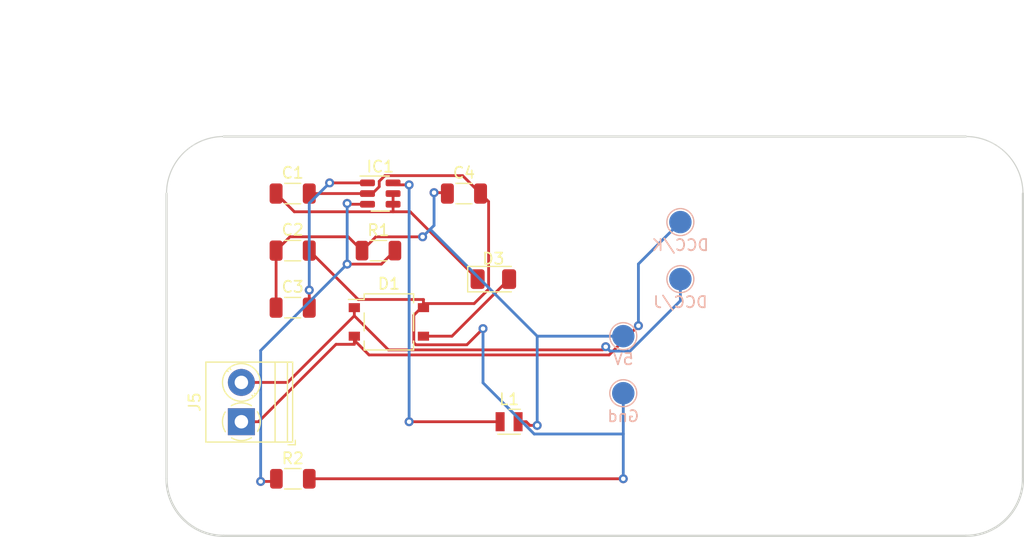
<source format=kicad_pcb>
(kicad_pcb (version 20221018) (generator pcbnew)
  (layers (0 "F.Cu" signal) (31 "B.Cu" signal) (34 "B.Paste" user) (35 "F.Paste" user) (36 "B.SilkS" user "B.Silkscreen") (37 "F.SilkS" user "F.Silkscreen") (38 "B.Mask" user) (39 "F.Mask" user) (44 "Edge.Cuts" user))
  (net 0 "")
  (net 1 "+V")
  (net 2 "GND")
  (net 3 "+5V")
  (net 4 "Net-(IC1-BST)")
  (net 5 "Net-(J5-Pin_2)")
  (net 6 "Net-(J5-Pin_1)")
  (net 7 "Net-(D1-+)")
  (net 8 "Net-(IC1-FB)")
  (net 9 "Net-(IC1-SW)")
  (footprint "MountingHole:MountingHole_2.1mm" (layer "F.Cu") (at 173.99 122.555)
    (fp_text reference "b" hide)
    (fp_text value "MountingHole_2.1mm" hide)
    (pad "" np_thru_hole circle (at 0 0) (size 2.1 2.1) (drill 2.1) (layers "*.Cu" "*.Mask"))
  )
  (footprint "TerminalBlock_Phoenix:TerminalBlock_Phoenix_PT-1,5-2-3.5-H_1x02_P3.50mm_Horizontal" (layer "F.Cu") (at 108.26 116.84 90)
    (fp_text reference "J5" (at 1.75 -4.16 90) (layer "F.SilkS"))
    (fp_text value "DCC")
    (fp_line (start -2.05 4.16) (end -2.05 4.8) (stroke (width 0.12)) (layer "F.SilkS"))
    (fp_line (start -2.05 4.8) (end -1.65 4.8) (stroke (width 0.12)) (layer "F.SilkS"))
    (fp_line (start -1.81 -3.16) (end -1.81 4.56) (stroke (width 0.12)) (layer "F.SilkS"))
    (fp_line (start -1.81 -3.16) (end 5.31 -3.16) (stroke (width 0.12)) (layer "F.SilkS"))
    (fp_line (start -1.81 3) (end 5.31 3) (stroke (width 0.12)) (layer "F.SilkS"))
    (fp_line (start -1.81 4.1) (end 5.31 4.1) (stroke (width 0.12)) (layer "F.SilkS"))
    (fp_line (start -1.81 4.56) (end 5.31 4.56) (stroke (width 0.12)) (layer "F.SilkS"))
    (fp_line (start 2.355 0.941) (end 2.226 1.069) (stroke (width 0.12)) (layer "F.SilkS"))
    (fp_line (start 2.525 1.181) (end 2.431 1.274) (stroke (width 0.12)) (layer "F.SilkS"))
    (fp_line (start 4.57 -1.275) (end 4.476 -1.181) (stroke (width 0.12)) (layer "F.SilkS"))
    (fp_line (start 4.775 -1.069) (end 4.646 -0.941) (stroke (width 0.12)) (layer "F.SilkS"))
    (fp_line (start 5.31 -3.16) (end 5.31 4.56) (stroke (width 0.12)) (layer "F.SilkS"))
    (fp_arc (start -1.425358 0.889894) (mid -1.680286 0.014012) (end -1.44 -0.866) (stroke (width 0.12)) (layer "F.SilkS"))
    (fp_arc (start -0.889894 -1.425358) (mid -0.014012 -1.680286) (end 0.866 -1.44) (stroke (width 0.12)) (layer "F.SilkS"))
    (fp_arc (start 0.028674 1.680099) (mid -0.435535 1.622918) (end -0.866 1.44) (stroke (width 0.12)) (layer "F.SilkS"))
    (fp_arc (start 0.890264 1.424721) (mid 0.463071 1.61492) (end 0 1.68) (stroke (width 0.12)) (layer "F.SilkS"))
    (fp_arc (start 1.425504 -0.890193) (mid 1.680626 0.000476) (end 1.425 0.891) (stroke (width 0.12)) (layer "F.SilkS"))
    (fp_circle (center 3.5 0) (end 5.18 0) (stroke (width 0.12)) (fill none) (layer "F.SilkS"))
    (pad "1" thru_hole rect (at 0 0 90) (size 2.4 2.4) (drill 1.2) (layers "*.Cu" "*.Mask") (net 6 "Net-(J5-Pin_1)"))
    (pad "2" thru_hole circle (at 3.5 0 90) (size 2.4 2.4) (drill 1.2) (layers "*.Cu" "*.Mask") (net 5 "Net-(J5-Pin_2)"))
  )
  (footprint "Diode_SMD:D_1206_3216Metric" (layer "F.Cu") (at 130.68 104.14)
    (fp_text reference "D3" (at 0 -1.82) (layer "F.SilkS"))
    (fp_text value "CUHS20F30")
    (fp_line (start -2.285 -1.135) (end -2.285 1.135) (stroke (width 0.12)) (layer "F.SilkS"))
    (fp_line (start -2.285 1.135) (end 1.6 1.135) (stroke (width 0.12)) (layer "F.SilkS"))
    (fp_line (start 1.6 -1.135) (end -2.285 -1.135) (stroke (width 0.12)) (layer "F.SilkS"))
    (pad "1" smd roundrect (at -1.4 0) (size 1.25 1.75) (layers "F.Cu" "F.Paste" "F.Mask") (roundrect_rratio 0.2) (net 1 "+V"))
    (pad "2" smd roundrect (at 1.4 0) (size 1.25 1.75) (layers "F.Cu" "F.Paste" "F.Mask") (roundrect_rratio 0.2) (net 7 "Net-(D1-+)"))
  )
  (footprint "Inductor_SMD_Wurth:L_Wurth_WE-LQSH-2010" (layer "F.Cu") (at 132.08 116.84)
    (fp_text reference "L1" (at 0 -2 unlocked) (layer "F.SilkS"))
    (fp_text value "10uH")
    (fp_line (start -1 1.11) (end 1 1.11) (stroke (width 0.12)) (layer "F.SilkS"))
    (fp_line (start 0 -1.11) (end 1 -1.11) (stroke (width 0.12)) (layer "F.SilkS"))
    (pad "1" smd rect (at -0.8 0) (size 0.8 1.7) (layers "F.Cu" "F.Paste" "F.Mask") (net 9 "Net-(IC1-SW)"))
    (pad "2" smd rect (at 0.8 0) (size 0.8 1.7) (layers "F.Cu" "F.Paste" "F.Mask") (net 3 "+5V"))
  )
  (footprint "Capacitor_SMD:C_1206_3216Metric" (layer "F.Cu") (at 112.825 106.68)
    (fp_text reference "C3" (at 0 -1.85) (layer "F.SilkS"))
    (fp_text value "100n")
    (fp_line (start -0.711252 -0.91) (end 0.711252 -0.91) (stroke (width 0.12)) (layer "F.SilkS"))
    (fp_line (start -0.711252 0.91) (end 0.711252 0.91) (stroke (width 0.12)) (layer "F.SilkS"))
    (pad "1" smd roundrect (at -1.475 0) (size 1.15 1.8) (layers "F.Cu" "F.Paste" "F.Mask") (roundrect_rratio 0.217391) (net 3 "+5V"))
    (pad "2" smd roundrect (at 1.475 0) (size 1.15 1.8) (layers "F.Cu" "F.Paste" "F.Mask") (roundrect_rratio 0.217391) (net 4 "Net-(IC1-BST)"))
  )
  (footprint "Resistor_SMD:R_1206_3216Metric" (layer "F.Cu") (at 112.8375 121.92)
    (fp_text reference "R2" (at 0 -1.82) (layer "F.SilkS"))
    (fp_text value "22k1")
    (fp_line (start -0.727064 -0.91) (end 0.727064 -0.91) (stroke (width 0.12)) (layer "F.SilkS"))
    (fp_line (start -0.727064 0.91) (end 0.727064 0.91) (stroke (width 0.12)) (layer "F.SilkS"))
    (pad "1" smd roundrect (at -1.4625 0) (size 1.125 1.75) (layers "F.Cu" "F.Paste" "F.Mask") (roundrect_rratio 0.222222) (net 8 "Net-(IC1-FB)"))
    (pad "2" smd roundrect (at 1.4625 0) (size 1.125 1.75) (layers "F.Cu" "F.Paste" "F.Mask") (roundrect_rratio 0.222222) (net 2 "GND"))
  )
  (footprint "Capacitor_SMD:C_1206_3216Metric" (layer "F.Cu") (at 128.065 96.52)
    (fp_text reference "C4" (at 0 -1.85) (layer "F.SilkS"))
    (fp_text value "10uF/6.3V")
    (fp_line (start -0.711252 -0.91) (end 0.711252 -0.91) (stroke (width 0.12)) (layer "F.SilkS"))
    (fp_line (start -0.711252 0.91) (end 0.711252 0.91) (stroke (width 0.12)) (layer "F.SilkS"))
    (pad "1" smd roundrect (at -1.475 0) (size 1.15 1.8) (layers "F.Cu" "F.Paste" "F.Mask") (roundrect_rratio 0.217391) (net 3 "+5V"))
    (pad "2" smd roundrect (at 1.475 0) (size 1.15 1.8) (layers "F.Cu" "F.Paste" "F.Mask") (roundrect_rratio 0.217391) (net 2 "GND"))
  )
  (footprint "Resistor_SMD:R_1206_3216Metric" (layer "F.Cu") (at 120.4575 101.6)
    (fp_text reference "R1" (at 0 -1.82) (layer "F.SilkS"))
    (fp_text value "115k")
    (fp_line (start -0.727064 -0.91) (end 0.727064 -0.91) (stroke (width 0.12)) (layer "F.SilkS"))
    (fp_line (start -0.727064 0.91) (end 0.727064 0.91) (stroke (width 0.12)) (layer "F.SilkS"))
    (pad "1" smd roundrect (at -1.4625 0) (size 1.125 1.75) (layers "F.Cu" "F.Paste" "F.Mask") (roundrect_rratio 0.222222) (net 3 "+5V"))
    (pad "2" smd roundrect (at 1.4625 0) (size 1.125 1.75) (layers "F.Cu" "F.Paste" "F.Mask") (roundrect_rratio 0.222222) (net 8 "Net-(IC1-FB)"))
  )
  (footprint "Capacitor_SMD:C_1206_3216Metric" (layer "F.Cu") (at 112.825 96.52)
    (fp_text reference "C1" (at 0 -1.85) (layer "F.SilkS"))
    (fp_text value "2.2uF/25V")
    (fp_line (start -0.711252 -0.91) (end 0.711252 -0.91) (stroke (width 0.12)) (layer "F.SilkS"))
    (fp_line (start -0.711252 0.91) (end 0.711252 0.91) (stroke (width 0.12)) (layer "F.SilkS"))
    (pad "1" smd roundrect (at -1.475 0) (size 1.15 1.8) (layers "F.Cu" "F.Paste" "F.Mask") (roundrect_rratio 0.217391) (net 1 "+V"))
    (pad "2" smd roundrect (at 1.475 0) (size 1.15 1.8) (layers "F.Cu" "F.Paste" "F.Mask") (roundrect_rratio 0.217391) (net 2 "GND"))
  )
  (footprint "MountingHole:MountingHole_2.1mm" (layer "F.Cu") (at 173.99 95.25)
    (fp_text reference "a" hide)
    (fp_text value "MountingHole_2.1mm" hide)
    (pad "" np_thru_hole circle (at 0 0) (size 2.1 2.1) (drill 2.1) (layers "*.Cu" "*.Mask"))
  )
  (footprint "Package_TO_SOT_SMD:SOT-23-6" (layer "F.Cu") (at 120.62 96.52)
    (fp_text reference "IC1" (at 0 -2.4) (layer "F.SilkS"))
    (fp_text value "AP64060QWU-7")
    (fp_line (start 0 -1.56) (end -1.8 -1.56) (stroke (width 0.12)) (layer "F.SilkS"))
    (fp_line (start 0 -1.56) (end 0.8 -1.56) (stroke (width 0.12)) (layer "F.SilkS"))
    (fp_line (start 0 1.56) (end -0.8 1.56) (stroke (width 0.12)) (layer "F.SilkS"))
    (fp_line (start 0 1.56) (end 0.8 1.56) (stroke (width 0.12)) (layer "F.SilkS"))
    (pad "1" smd roundrect (at -1.1375 -0.95) (size 1.325 0.6) (layers "F.Cu" "F.Paste" "F.Mask") (net 4 "Net-(IC1-BST)"))
    (pad "2" smd roundrect (at -1.1375 0) (size 1.325 0.6) (layers "F.Cu" "F.Paste" "F.Mask") (net 2 "GND"))
    (pad "3" smd roundrect (at -1.1375 0.95) (size 1.325 0.6) (layers "F.Cu" "F.Paste" "F.Mask") (net 8 "Net-(IC1-FB)"))
    (pad "4" smd roundrect (at 1.1375 0.95) (size 1.325 0.6) (layers "F.Cu" "F.Paste" "F.Mask") (net 1 "+V"))
    (pad "5" smd roundrect (at 1.1375 0) (size 1.325 0.6) (layers "F.Cu" "F.Paste" "F.Mask") (net 1 "+V"))
    (pad "6" smd roundrect (at 1.1375 -0.95) (size 1.325 0.6) (layers "F.Cu" "F.Paste" "F.Mask") (net 9 "Net-(IC1-SW)"))
  )
  (footprint "Capacitor_SMD:C_1206_3216Metric" (layer "F.Cu") (at 112.825 101.6)
    (fp_text reference "C2" (at 0 -1.85) (layer "F.SilkS"))
    (fp_text value "10uF/6.3V")
    (fp_line (start -0.711252 -0.91) (end 0.711252 -0.91) (stroke (width 0.12)) (layer "F.SilkS"))
    (fp_line (start -0.711252 0.91) (end 0.711252 0.91) (stroke (width 0.12)) (layer "F.SilkS"))
    (pad "1" smd roundrect (at -1.475 0) (size 1.15 1.8) (layers "F.Cu" "F.Paste" "F.Mask") (roundrect_rratio 0.217391) (net 3 "+5V"))
    (pad "2" smd roundrect (at 1.475 0) (size 1.15 1.8) (layers "F.Cu" "F.Paste" "F.Mask") (roundrect_rratio 0.217391) (net 2 "GND"))
  )
  (footprint "Package_TO_SOT_SMD:TO-269AA" (layer "F.Cu") (at 121.385 107.95)
    (fp_text reference "D1" (at 0 -3.4) (layer "F.SilkS"))
    (fp_text value "KMB24F")
    (fp_line (start -2.2 -2.5) (end -2.2 -2) (stroke (width 0.12)) (layer "F.SilkS"))
    (fp_line (start -2.2 -2) (end -3.6 -2) (stroke (width 0.12)) (layer "F.SilkS"))
    (fp_line (start -2.2 -0.8) (end -2.2 0.8) (stroke (width 0.12)) (layer "F.SilkS"))
    (fp_line (start -2.2 2.5) (end -2.2 1.7) (stroke (width 0.12)) (layer "F.SilkS"))
    (fp_line (start 2.2 -2.5) (end -2.2 -2.5) (stroke (width 0.12)) (layer "F.SilkS"))
    (fp_line (start 2.2 -1.7) (end 2.2 -2.5) (stroke (width 0.12)) (layer "F.SilkS"))
    (fp_line (start 2.2 -0.8) (end 2.2 0.8) (stroke (width 0.12)) (layer "F.SilkS"))
    (fp_line (start 2.2 1.7) (end 2.2 2.5) (stroke (width 0.12)) (layer "F.SilkS"))
    (fp_line (start 2.2 2.5) (end -2.2 2.5) (stroke (width 0.12)) (layer "F.SilkS"))
    (pad "1" smd rect (at -3.075 -1.27) (size 1 0.8) (layers "F.Cu" "F.Paste" "F.Mask") (net 5 "Net-(J5-Pin_2)"))
    (pad "2" smd rect (at -3.075 1.27) (size 1 0.8) (layers "F.Cu" "F.Paste" "F.Mask") (net 6 "Net-(J5-Pin_1)"))
    (pad "3" smd rect (at 3.075 1.27) (size 1 0.8) (layers "F.Cu" "F.Paste" "F.Mask") (net 7 "Net-(D1-+)"))
    (pad "4" smd rect (at 3.075 -1.27) (size 1 0.8) (layers "F.Cu" "F.Paste" "F.Mask") (net 2 "GND"))
  )
  (footprint "TestPoint:TestPoint_Pad_D2.0mm" (layer "B.Cu") (at 142.24 114.3 180)
    (fp_text reference "J4" hide)
    (fp_text value "Gnd" (at 0 -2.05) (layer "B.SilkS") (effects (justify mirror)))
    (fp_circle (center 0 0) (end 0 -1.2) (stroke (width 0.12)) (fill none) (layer "B.SilkS"))
    (pad "1" smd circle (at 0 0 180) (size 2 2) (layers "B.Cu" "B.Mask") (net 2 "GND"))
  )
  (footprint "TestPoint:TestPoint_Pad_D2.0mm" (layer "B.Cu") (at 147.32 99.06 180)
    (fp_text reference "J2" hide)
    (fp_text value "DCC/K" (at 0 -2.05) (layer "B.SilkS") (effects (justify mirror)))
    (fp_circle (center 0 0) (end 0 -1.2) (stroke (width 0.12)) (fill none) (layer "B.SilkS"))
    (pad "1" smd circle (at 0 0 180) (size 2 2) (layers "B.Cu" "B.Mask") (net 6 "Net-(J5-Pin_1)"))
  )
  (footprint "TestPoint:TestPoint_Pad_D2.0mm" (layer "B.Cu") (at 142.24 109.22 180)
    (fp_text reference "J3" hide)
    (fp_text value "5V" (at 0 -2.05) (layer "B.SilkS") (effects (justify mirror)))
    (fp_circle (center 0 0) (end 0 -1.2) (stroke (width 0.12)) (fill none) (layer "B.SilkS"))
    (pad "1" smd circle (at 0 0 180) (size 2 2) (layers "B.Cu" "B.Mask") (net 3 "+5V"))
  )
  (footprint "TestPoint:TestPoint_Pad_D2.0mm" (layer "B.Cu") (at 147.32 104.14 180)
    (fp_text reference "J1" hide)
    (fp_text value "DCC/J" (at 0 -2.05) (layer "B.SilkS") (effects (justify mirror)))
    (fp_circle (center 0 0) (end 0 -1.2) (stroke (width 0.12)) (fill none) (layer "B.SilkS"))
    (pad "1" smd circle (at 0 0 180) (size 2 2) (layers "B.Cu" "B.Mask") (net 5 "Net-(J5-Pin_2)"))
  )
  (gr_arc (start 106.68 127) (mid 103.087898 125.512102) (end 101.6 121.92) (stroke (width 0.2)) (layer "Edge.Cuts"))
  (gr_arc (start 172.72 91.44) (mid 176.312102 92.927898) (end 177.8 96.52) (stroke (width 0.1)) (layer "Edge.Cuts"))
  (gr_line (start 106.68 91.44) (end 172.72 91.44) (stroke (width 0.2)) (layer "Edge.Cuts"))
  (gr_line (start 177.8 96.52) (end 177.8 121.92) (stroke (width 0.2)) (layer "Edge.Cuts"))
  (gr_line (start 101.6 121.92) (end 101.6 96.52) (stroke (width 0.2)) (layer "Edge.Cuts"))
  (gr_line (start 172.72 127) (end 106.68 127) (stroke (width 0.2)) (layer "Edge.Cuts"))
  (gr_arc (start 177.8 121.92) (mid 176.312102 125.512102) (end 172.72 127) (stroke (width 0.2)) (layer "Edge.Cuts"))
  (gr_arc (start 101.6 96.52) (mid 103.087898 92.927898) (end 106.68 91.44) (stroke (width 0.1)) (layer "Edge.Cuts"))
  (segment (start 129.28 104.14) (end 123.2813 98.1413) (width 0.25) (layer "F.Cu") (net 1))
  (segment (start 121.7575 98.1413) (end 121.7575 97.47) (width 0.25) (layer "F.Cu") (net 1))
  (segment (start 123.2813 98.1413) (end 121.7575 98.1413) (width 0.25) (layer "F.Cu") (net 1))
  (segment (start 121.7575 96.52) (end 121.7575 97.47) (width 0.25) (layer "F.Cu") (net 1))
  (segment (start 121.7575 98.1413) (end 112.9713 98.1413) (width 0.25) (layer "F.Cu") (net 1))
  (segment (start 112.9713 98.1413) (end 111.35 96.52) (width 0.25) (layer "F.Cu") (net 1))
  (segment (start 129.54 96.52) (end 127.9436 94.9236) (width 0.25) (layer "F.Cu") (net 2))
  (segment (start 130.2574 97.2374) (end 129.54 96.52) (width 0.25) (layer "F.Cu") (net 2))
  (segment (start 128.3206 109.988) (end 129.7606 108.548) (width 0.25) (layer "F.Cu") (net 2))
  (segment (start 124.46 106.3165) (end 124.46 105.9531) (width 0.25) (layer "F.Cu") (net 2))
  (segment (start 124.46 106.4982) (end 124.46 106.3165) (width 0.25) (layer "F.Cu") (net 2))
  (segment (start 124.46 105.9531) (end 118.6531 105.9531) (width 0.25) (layer "F.Cu") (net 2))
  (segment (start 120.5262 95.4263) (end 120.5262 95.9101) (width 0.25) (layer "F.Cu") (net 2))
  (segment (start 118.6531 105.9531) (end 114.3 101.6) (width 0.25) (layer "F.Cu") (net 2))
  (segment (start 127.9436 94.9236) (end 121.0289 94.9236) (width 0.25) (layer "F.Cu") (net 2))
  (segment (start 121.0289 94.9236) (end 120.5262 95.4263) (width 0.25) (layer "F.Cu") (net 2))
  (segment (start 114.3 96.52) (end 119.4825 96.52) (width 0.25) (layer "F.Cu") (net 2))
  (segment (start 130.2574 105.0312) (end 130.2574 97.2374) (width 0.25) (layer "F.Cu") (net 2))
  (segment (start 120.5262 95.9101) (end 119.9163 96.52) (width 0.25) (layer "F.Cu") (net 2))
  (segment (start 119.9163 96.52) (end 119.4825 96.52) (width 0.25) (layer "F.Cu") (net 2))
  (segment (start 123.5992 109.7956) (end 123.7916 109.988) (width 0.25) (layer "F.Cu") (net 2))
  (segment (start 128.9721 106.3165) (end 130.2574 105.0312) (width 0.25) (layer "F.Cu") (net 2))
  (segment (start 123.7916 109.988) (end 128.3206 109.988) (width 0.25) (layer "F.Cu") (net 2))
  (segment (start 114.3 121.92) (end 142.24 121.92) (width 0.25) (layer "F.Cu") (net 2))
  (segment (start 124.46 106.4982) (end 123.5992 107.359) (width 0.25) (layer "F.Cu") (net 2))
  (segment (start 124.46 106.3165) (end 128.9721 106.3165) (width 0.25) (layer "F.Cu") (net 2))
  (segment (start 124.46 106.68) (end 124.46 106.4982) (width 0.25) (layer "F.Cu") (net 2))
  (segment (start 123.5992 107.359) (end 123.5992 109.7956) (width 0.25) (layer "F.Cu") (net 2))
  (via (at 142.24 121.92) (size 0.8) (drill 0.4) (layers "F.Cu" "B.Cu") (net 2))
  (via (at 129.7606 108.548) (size 0.8) (drill 0.4) (layers "F.Cu" "B.Cu") (net 2))
  (segment (start 142.24 114.3) (end 142.24 117.9314) (width 0.25) (layer "B.Cu") (net 2))
  (segment (start 129.7606 113.3755) (end 129.7606 108.548) (width 0.25) (layer "B.Cu") (net 2))
  (segment (start 134.3165 117.9314) (end 129.7606 113.3755) (width 0.25) (layer "B.Cu") (net 2))
  (segment (start 142.24 117.9314) (end 134.3165 117.9314) (width 0.25) (layer "B.Cu") (net 2))
  (segment (start 142.24 117.9314) (end 142.24 121.92) (width 0.25) (layer "B.Cu") (net 2))
  (segment (start 112.5798 100.3702) (end 117.7652 100.3702) (width 0.25) (layer "F.Cu") (net 3))
  (segment (start 111.35 101.6) (end 112.5798 100.3702) (width 0.25) (layer "F.Cu") (net 3))
  (segment (start 124.3862 100.3736) (end 120.2214 100.3736) (width 0.25) (layer "F.Cu") (net 3))
  (segment (start 117.7652 100.3702) (end 118.995 101.6) (width 0.25) (layer "F.Cu") (net 3))
  (segment (start 120.2214 100.3736) (end 118.995 101.6) (width 0.25) (layer "F.Cu") (net 3))
  (segment (start 126.59 96.52) (end 126.5084 96.4384) (width 0.25) (layer "F.Cu") (net 3))
  (segment (start 132.88 116.84) (end 133.6069 116.84) (width 0.25) (layer "F.Cu") (net 3))
  (segment (start 111.35 106.68) (end 111.35 101.6) (width 0.25) (layer "F.Cu") (net 3))
  (segment (start 126.5084 96.4384) (end 125.4042 96.4384) (width 0.25) (layer "F.Cu") (net 3))
  (segment (start 133.9334 117.1665) (end 133.6069 116.84) (width 0.25) (layer "F.Cu") (net 3))
  (segment (start 134.58 117.1665) (end 133.9334 117.1665) (width 0.25) (layer "F.Cu") (net 3))
  (via (at 134.58 117.1665) (size 0.8) (drill 0.4) (layers "F.Cu" "B.Cu") (net 3))
  (via (at 124.3862 100.3736) (size 0.8) (drill 0.4) (layers "F.Cu" "B.Cu") (net 3))
  (via (at 125.4042 96.4384) (size 0.8) (drill 0.4) (layers "F.Cu" "B.Cu") (net 3))
  (segment (start 125.4042 96.4384) (end 125.4042 99.3556) (width 0.25) (layer "B.Cu") (net 3))
  (segment (start 125.4042 99.3556) (end 125.0599 99.6999) (width 0.25) (layer "B.Cu") (net 3))
  (segment (start 134.58 117.1665) (end 134.58 109.22) (width 0.25) (layer "B.Cu") (net 3))
  (segment (start 125.0599 99.6999) (end 124.3862 100.3736) (width 0.25) (layer "B.Cu") (net 3))
  (segment (start 125.0599 99.6999) (end 134.58 109.22) (width 0.25) (layer "B.Cu") (net 3))
  (segment (start 142.24 109.22) (end 134.58 109.22) (width 0.25) (layer "B.Cu") (net 3))
  (segment (start 114.3 105.1172) (end 114.3 106.68) (width 0.25) (layer "F.Cu") (net 4))
  (segment (start 119.4825 95.57) (end 116.1119 95.57) (width 0.25) (layer "F.Cu") (net 4))
  (via (at 116.1119 95.57) (size 0.8) (drill 0.4) (layers "F.Cu" "B.Cu") (net 4))
  (via (at 114.3 105.1172) (size 0.8) (drill 0.4) (layers "F.Cu" "B.Cu") (net 4))
  (segment (start 114.3 97.3819) (end 116.1119 95.57) (width 0.25) (layer "B.Cu") (net 4))
  (segment (start 114.3 105.1172) (end 114.3 97.3819) (width 0.25) (layer "B.Cu") (net 4))
  (segment (start 118.31 107.4069) (end 121.343 110.4399) (width 0.25) (layer "F.Cu") (net 5))
  (segment (start 140.4007 110.4399) (end 140.6796 110.161) (width 0.25) (layer "F.Cu") (net 5))
  (segment (start 112.3769 113.34) (end 108.26 113.34) (width 0.25) (layer "F.Cu") (net 5))
  (segment (start 118.31 106.68) (end 118.31 107.4069) (width 0.25) (layer "F.Cu") (net 5))
  (segment (start 121.343 110.4399) (end 140.4007 110.4399) (width 0.25) (layer "F.Cu") (net 5))
  (segment (start 118.31 107.4069) (end 112.3769 113.34) (width 0.25) (layer "F.Cu") (net 5))
  (via (at 140.6796 110.161) (size 0.8) (drill 0.4) (layers "F.Cu" "B.Cu") (net 5))
  (segment (start 147.32 104.14) (end 147.32 106.0679) (width 0.25) (layer "B.Cu") (net 5))
  (segment (start 141.0655 110.5469) (end 140.6796 110.161) (width 0.25) (layer "B.Cu") (net 5))
  (segment (start 142.841 110.5469) (end 141.0655 110.5469) (width 0.25) (layer "B.Cu") (net 5))
  (segment (start 147.32 106.0679) (end 142.841 110.5469) (width 0.25) (layer "B.Cu") (net 5))
  (segment (start 118.31 109.5834) (end 118.31 109.9469) (width 0.25) (layer "F.Cu") (net 6))
  (segment (start 118.31 109.9469) (end 116.68 109.9469) (width 0.25) (layer "F.Cu") (net 6))
  (segment (start 140.9833 110.8918) (end 143.5865 108.2886) (width 0.25) (layer "F.Cu") (net 6))
  (segment (start 116.68 109.9469) (end 109.7869 116.84) (width 0.25) (layer "F.Cu") (net 6))
  (segment (start 118.31 109.5834) (end 119.6184 110.8918) (width 0.25) (layer "F.Cu") (net 6))
  (segment (start 119.6184 110.8918) (end 140.9833 110.8918) (width 0.25) (layer "F.Cu") (net 6))
  (segment (start 108.26 116.84) (end 109.7869 116.84) (width 0.25) (layer "F.Cu") (net 6))
  (segment (start 118.31 109.22) (end 118.31 109.5834) (width 0.25) (layer "F.Cu") (net 6))
  (via (at 143.5865 108.2886) (size 0.8) (drill 0.4) (layers "F.Cu" "B.Cu") (net 6))
  (segment (start 147.32 99.06) (end 143.5865 102.7935) (width 0.25) (layer "B.Cu") (net 6))
  (segment (start 143.5865 102.7935) (end 143.5865 108.2886) (width 0.25) (layer "B.Cu") (net 6))
  (segment (start 127 109.22) (end 132.08 104.14) (width 0.25) (layer "F.Cu") (net 7))
  (segment (start 124.46 109.22) (end 127 109.22) (width 0.25) (layer "F.Cu") (net 7))
  (segment (start 121.92 101.6) (end 120.7171 102.8029) (width 0.25) (layer "F.Cu") (net 8))
  (segment (start 109.9758 122.1589) (end 111.1361 122.1589) (width 0.25) (layer "F.Cu") (net 8))
  (segment (start 120.7171 102.8029) (end 117.6732 102.8029) (width 0.25) (layer "F.Cu") (net 8))
  (segment (start 119.4825 97.47) (end 117.7429 97.47) (width 0.25) (layer "F.Cu") (net 8))
  (segment (start 111.1361 122.1589) (end 111.375 121.92) (width 0.25) (layer "F.Cu") (net 8))
  (segment (start 117.7429 97.47) (end 117.6732 97.4003) (width 0.25) (layer "F.Cu") (net 8))
  (via (at 109.9758 122.1589) (size 0.8) (drill 0.4) (layers "F.Cu" "B.Cu") (net 8))
  (via (at 117.6732 97.4003) (size 0.8) (drill 0.4) (layers "F.Cu" "B.Cu") (net 8))
  (via (at 117.6732 102.8029) (size 0.8) (drill 0.4) (layers "F.Cu" "B.Cu") (net 8))
  (segment (start 117.6732 102.8029) (end 117.6732 97.4003) (width 0.25) (layer "B.Cu") (net 8))
  (segment (start 109.9758 122.1589) (end 109.9758 110.5003) (width 0.25) (layer "B.Cu") (net 8))
  (segment (start 109.9758 110.5003) (end 117.6732 102.8029) (width 0.25) (layer "B.Cu") (net 8))
  (segment (start 131.28 116.84) (end 123.1853 116.84) (width 0.25) (layer "F.Cu") (net 9))
  (segment (start 121.9331 95.7456) (end 121.7575 95.57) (width 0.25) (layer "F.Cu") (net 9))
  (segment (start 123.1853 95.7456) (end 121.9331 95.7456) (width 0.25) (layer "F.Cu") (net 9))
  (via (at 123.1853 116.84) (size 0.8) (drill 0.4) (layers "F.Cu" "B.Cu") (net 9))
  (via (at 123.1853 95.7456) (size 0.8) (drill 0.4) (layers "F.Cu" "B.Cu") (net 9))
  (segment (start 123.1853 95.7456) (end 123.1853 116.84) (width 0.25) (layer "B.Cu") (net 9))
)
</source>
